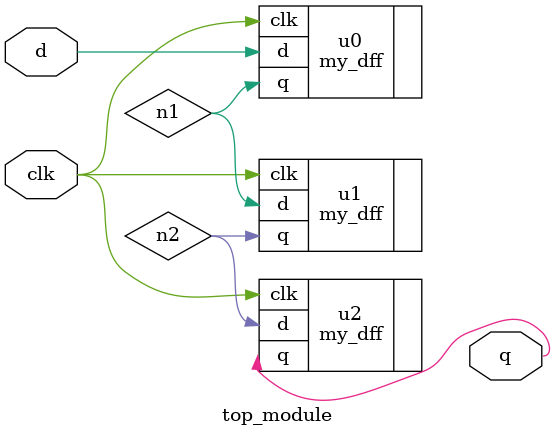
<source format=v>
module top_module (
    input wire clk,
    input wire d, 
    output wire q
);

    wire n1, n2;
    
    my_dff u0 (.clk(clk), .d(d), .q(n1));
    my_dff u1 (.clk(clk), .d(n1), .q(n2));
    my_dff u2 (.clk(clk), .d(n2), .q(q));
    
endmodule

</source>
